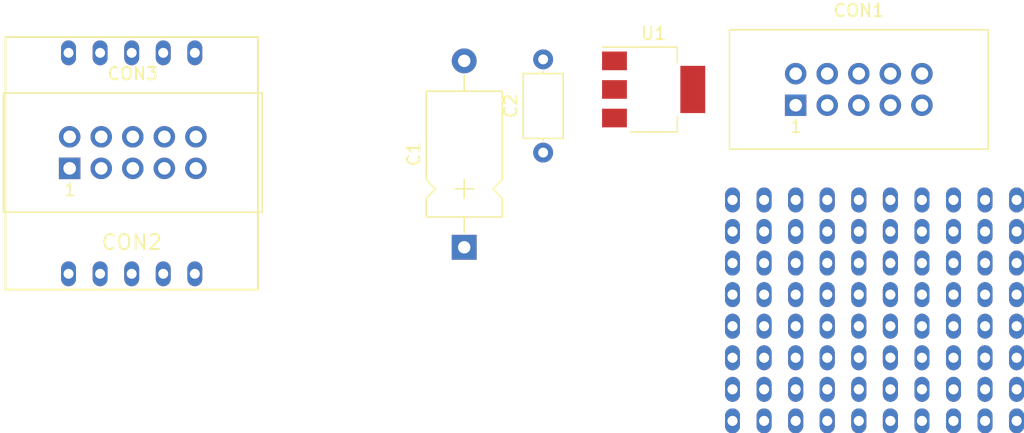
<source format=kicad_pcb>
(kicad_pcb (version 4) (host pcbnew 4.0.7-e0-6372~58~ubuntu16.10.1)

  (general
    (links 17)
    (no_connects 17)
    (area 137.704999 86.655 209.005001 115.438601)
    (thickness 1.6)
    (drawings 0)
    (tracks 0)
    (zones 0)
    (modules 8)
    (nets 14)
  )

  (page A4)
  (layers
    (0 F.Cu signal)
    (31 B.Cu signal)
    (32 B.Adhes user)
    (33 F.Adhes user)
    (34 B.Paste user)
    (35 F.Paste user)
    (36 B.SilkS user)
    (37 F.SilkS user)
    (38 B.Mask user)
    (39 F.Mask user)
    (40 Dwgs.User user)
    (41 Cmts.User user)
    (42 Eco1.User user)
    (43 Eco2.User user)
    (44 Edge.Cuts user)
    (45 Margin user)
    (46 B.CrtYd user)
    (47 F.CrtYd user)
    (48 B.Fab user)
    (49 F.Fab user)
  )

  (setup
    (last_trace_width 0.25)
    (trace_clearance 0.2)
    (zone_clearance 0.508)
    (zone_45_only no)
    (trace_min 0.2)
    (segment_width 0.2)
    (edge_width 0.15)
    (via_size 0.6)
    (via_drill 0.4)
    (via_min_size 0.4)
    (via_min_drill 0.3)
    (uvia_size 0.3)
    (uvia_drill 0.1)
    (uvias_allowed no)
    (uvia_min_size 0.2)
    (uvia_min_drill 0.1)
    (pcb_text_width 0.3)
    (pcb_text_size 1.5 1.5)
    (mod_edge_width 0.15)
    (mod_text_size 1 1)
    (mod_text_width 0.15)
    (pad_size 1.524 1.524)
    (pad_drill 0.762)
    (pad_to_mask_clearance 0.2)
    (aux_axis_origin 0 0)
    (visible_elements FFFFFF7F)
    (pcbplotparams
      (layerselection 0x00030_80000001)
      (usegerberextensions false)
      (excludeedgelayer true)
      (linewidth 0.100000)
      (plotframeref false)
      (viasonmask false)
      (mode 1)
      (useauxorigin false)
      (hpglpennumber 1)
      (hpglpenspeed 20)
      (hpglpendiameter 15)
      (hpglpenoverlay 2)
      (psnegative false)
      (psa4output false)
      (plotreference true)
      (plotvalue true)
      (plotinvisibletext false)
      (padsonsilk false)
      (subtractmaskfromsilk false)
      (outputformat 1)
      (mirror false)
      (drillshape 1)
      (scaleselection 1)
      (outputdirectory ""))
  )

  (net 0 "")
  (net 1 +3V3)
  (net 2 GND)
  (net 3 +5V)
  (net 4 "Net-(CON2-PadGND)")
  (net 5 "Net-(CON2-Pad+5V)")
  (net 6 "Net-(CON2-PadRXD)")
  (net 7 "Net-(CON2-PadTXD)")
  (net 8 "Net-(CON2-PadSDA)")
  (net 9 "Net-(CON2-PadSCL)")
  (net 10 "Net-(CON2-PadMOSI)")
  (net 11 "Net-(CON2-PadMISO)")
  (net 12 "Net-(CON2-PadSSEL)")
  (net 13 "Net-(CON2-PadSCK)")

  (net_class Default "This is the default net class."
    (clearance 0.2)
    (trace_width 0.25)
    (via_dia 0.6)
    (via_drill 0.4)
    (uvia_dia 0.3)
    (uvia_drill 0.1)
    (add_net +3V3)
    (add_net +5V)
    (add_net GND)
    (add_net "Net-(CON2-Pad+5V)")
    (add_net "Net-(CON2-PadGND)")
    (add_net "Net-(CON2-PadMISO)")
    (add_net "Net-(CON2-PadMOSI)")
    (add_net "Net-(CON2-PadRXD)")
    (add_net "Net-(CON2-PadSCK)")
    (add_net "Net-(CON2-PadSCL)")
    (add_net "Net-(CON2-PadSDA)")
    (add_net "Net-(CON2-PadSSEL)")
    (add_net "Net-(CON2-PadTXD)")
  )

  (module Capacitors_THT:CP_Axial_L10.0mm_D6.0mm_P15.00mm_Horizontal (layer F.Cu) (tedit 5920C254) (tstamp 597124D9)
    (at 166.37 106.68 90)
    (descr "CP, Axial series, Axial, Horizontal, pin pitch=15mm, , length*diameter=10*6mm^2, Electrolytic Capacitor, , http://www.vishay.com/docs/28325/021asm.pdf")
    (tags "CP Axial series Axial Horizontal pin pitch 15mm  length 10mm diameter 6mm Electrolytic Capacitor")
    (path /59712108)
    (fp_text reference C1 (at 7.5 -4.06 90) (layer F.SilkS)
      (effects (font (size 1 1) (thickness 0.15)))
    )
    (fp_text value CP (at 7.5 4.06 90) (layer F.Fab)
      (effects (font (size 1 1) (thickness 0.15)))
    )
    (fp_text user %R (at 7.5 0 90) (layer F.Fab)
      (effects (font (size 1 1) (thickness 0.15)))
    )
    (fp_line (start 2.5 -3) (end 2.5 3) (layer F.Fab) (width 0.1))
    (fp_line (start 12.5 -3) (end 12.5 3) (layer F.Fab) (width 0.1))
    (fp_line (start 2.5 -3) (end 3.94 -3) (layer F.Fab) (width 0.1))
    (fp_line (start 3.94 -3) (end 4.69 -2.25) (layer F.Fab) (width 0.1))
    (fp_line (start 4.69 -2.25) (end 5.44 -3) (layer F.Fab) (width 0.1))
    (fp_line (start 5.44 -3) (end 12.5 -3) (layer F.Fab) (width 0.1))
    (fp_line (start 2.5 3) (end 3.94 3) (layer F.Fab) (width 0.1))
    (fp_line (start 3.94 3) (end 4.69 2.25) (layer F.Fab) (width 0.1))
    (fp_line (start 4.69 2.25) (end 5.44 3) (layer F.Fab) (width 0.1))
    (fp_line (start 5.44 3) (end 12.5 3) (layer F.Fab) (width 0.1))
    (fp_line (start 0 0) (end 2.5 0) (layer F.Fab) (width 0.1))
    (fp_line (start 15 0) (end 12.5 0) (layer F.Fab) (width 0.1))
    (fp_line (start 3.95 0) (end 5.45 0) (layer F.Fab) (width 0.1))
    (fp_line (start 4.7 -0.75) (end 4.7 0.75) (layer F.Fab) (width 0.1))
    (fp_line (start 3.95 0) (end 5.45 0) (layer F.SilkS) (width 0.12))
    (fp_line (start 4.7 -0.75) (end 4.7 0.75) (layer F.SilkS) (width 0.12))
    (fp_line (start 2.44 -3.06) (end 2.44 3.06) (layer F.SilkS) (width 0.12))
    (fp_line (start 12.56 -3.06) (end 12.56 3.06) (layer F.SilkS) (width 0.12))
    (fp_line (start 2.44 -3.06) (end 3.94 -3.06) (layer F.SilkS) (width 0.12))
    (fp_line (start 3.94 -3.06) (end 4.69 -2.31) (layer F.SilkS) (width 0.12))
    (fp_line (start 4.69 -2.31) (end 5.44 -3.06) (layer F.SilkS) (width 0.12))
    (fp_line (start 5.44 -3.06) (end 12.56 -3.06) (layer F.SilkS) (width 0.12))
    (fp_line (start 2.44 3.06) (end 3.94 3.06) (layer F.SilkS) (width 0.12))
    (fp_line (start 3.94 3.06) (end 4.69 2.31) (layer F.SilkS) (width 0.12))
    (fp_line (start 4.69 2.31) (end 5.44 3.06) (layer F.SilkS) (width 0.12))
    (fp_line (start 5.44 3.06) (end 12.56 3.06) (layer F.SilkS) (width 0.12))
    (fp_line (start 1.18 0) (end 2.44 0) (layer F.SilkS) (width 0.12))
    (fp_line (start 13.82 0) (end 12.56 0) (layer F.SilkS) (width 0.12))
    (fp_line (start -1.25 -3.35) (end -1.25 3.35) (layer F.CrtYd) (width 0.05))
    (fp_line (start -1.25 3.35) (end 16.25 3.35) (layer F.CrtYd) (width 0.05))
    (fp_line (start 16.25 3.35) (end 16.25 -3.35) (layer F.CrtYd) (width 0.05))
    (fp_line (start 16.25 -3.35) (end -1.25 -3.35) (layer F.CrtYd) (width 0.05))
    (pad 1 thru_hole rect (at 0 0 90) (size 2 2) (drill 1) (layers *.Cu *.Mask)
      (net 1 +3V3))
    (pad 2 thru_hole oval (at 15 0 90) (size 2 2) (drill 1) (layers *.Cu *.Mask)
      (net 2 GND))
    (model ${KISYS3DMOD}/Capacitors_THT.3dshapes/CP_Axial_L10.0mm_D6.0mm_P15.00mm_Horizontal.wrl
      (at (xyz 0 0 0))
      (scale (xyz 0.393701 0.393701 0.393701))
      (rotate (xyz 0 0 0))
    )
  )

  (module Capacitors_THT:C_Axial_L5.1mm_D3.1mm_P7.50mm_Horizontal (layer F.Cu) (tedit 5920C254) (tstamp 597124DF)
    (at 172.72 99.06 90)
    (descr "C, Axial series, Axial, Horizontal, pin pitch=7.5mm, , length*diameter=5.1*3.1mm^2, http://www.vishay.com/docs/45231/arseries.pdf")
    (tags "C Axial series Axial Horizontal pin pitch 7.5mm  length 5.1mm diameter 3.1mm")
    (path /597121A1)
    (fp_text reference C2 (at 3.75 -2.61 90) (layer F.SilkS)
      (effects (font (size 1 1) (thickness 0.15)))
    )
    (fp_text value C (at 3.75 2.61 90) (layer F.Fab)
      (effects (font (size 1 1) (thickness 0.15)))
    )
    (fp_text user %R (at 3.75 0 90) (layer F.Fab)
      (effects (font (size 1 1) (thickness 0.15)))
    )
    (fp_line (start 1.2 -1.55) (end 1.2 1.55) (layer F.Fab) (width 0.1))
    (fp_line (start 1.2 1.55) (end 6.3 1.55) (layer F.Fab) (width 0.1))
    (fp_line (start 6.3 1.55) (end 6.3 -1.55) (layer F.Fab) (width 0.1))
    (fp_line (start 6.3 -1.55) (end 1.2 -1.55) (layer F.Fab) (width 0.1))
    (fp_line (start 0 0) (end 1.2 0) (layer F.Fab) (width 0.1))
    (fp_line (start 7.5 0) (end 6.3 0) (layer F.Fab) (width 0.1))
    (fp_line (start 1.14 -1.61) (end 1.14 1.61) (layer F.SilkS) (width 0.12))
    (fp_line (start 1.14 1.61) (end 6.36 1.61) (layer F.SilkS) (width 0.12))
    (fp_line (start 6.36 1.61) (end 6.36 -1.61) (layer F.SilkS) (width 0.12))
    (fp_line (start 6.36 -1.61) (end 1.14 -1.61) (layer F.SilkS) (width 0.12))
    (fp_line (start 0.98 0) (end 1.14 0) (layer F.SilkS) (width 0.12))
    (fp_line (start 6.52 0) (end 6.36 0) (layer F.SilkS) (width 0.12))
    (fp_line (start -1.05 -1.9) (end -1.05 1.9) (layer F.CrtYd) (width 0.05))
    (fp_line (start -1.05 1.9) (end 8.55 1.9) (layer F.CrtYd) (width 0.05))
    (fp_line (start 8.55 1.9) (end 8.55 -1.9) (layer F.CrtYd) (width 0.05))
    (fp_line (start 8.55 -1.9) (end -1.05 -1.9) (layer F.CrtYd) (width 0.05))
    (pad 1 thru_hole circle (at 0 0 90) (size 1.6 1.6) (drill 0.8) (layers *.Cu *.Mask)
      (net 1 +3V3))
    (pad 2 thru_hole oval (at 7.5 0 90) (size 1.6 1.6) (drill 0.8) (layers *.Cu *.Mask)
      (net 2 GND))
    (model ${KISYS3DMOD}/Capacitors_THT.3dshapes/C_Axial_L5.1mm_D3.1mm_P7.50mm_Horizontal.wrl
      (at (xyz 0 0 0))
      (scale (xyz 0.393701 0.393701 0.393701))
      (rotate (xyz 0 0 0))
    )
  )

  (module limero-lib:UEXT (layer F.Cu) (tedit 59711F70) (tstamp 597124ED)
    (at 193.04 95.25)
    (descr "10 pins through hole IDC header")
    (tags "IDC header socket VASCH")
    (path /59712BEF)
    (fp_text reference CON1 (at 5.08 -7.62) (layer F.SilkS)
      (effects (font (size 1 1) (thickness 0.15)))
    )
    (fp_text value UEXT-5V (at 5.08 5.223) (layer F.Fab)
      (effects (font (size 1 1) (thickness 0.15)))
    )
    (fp_line (start -5.08 -5.82) (end 15.24 -5.82) (layer F.Fab) (width 0.1))
    (fp_line (start -4.54 -5.27) (end 14.68 -5.27) (layer F.Fab) (width 0.1))
    (fp_line (start -5.08 3.28) (end 15.24 3.28) (layer F.Fab) (width 0.1))
    (fp_line (start -4.54 2.73) (end 2.83 2.73) (layer F.Fab) (width 0.1))
    (fp_line (start 7.33 2.73) (end 14.68 2.73) (layer F.Fab) (width 0.1))
    (fp_line (start 2.83 2.73) (end 2.83 3.28) (layer F.Fab) (width 0.1))
    (fp_line (start 7.33 2.73) (end 7.33 3.28) (layer F.Fab) (width 0.1))
    (fp_line (start -5.08 -5.82) (end -5.08 3.28) (layer F.Fab) (width 0.1))
    (fp_line (start -4.54 -5.27) (end -4.54 2.73) (layer F.Fab) (width 0.1))
    (fp_line (start 15.24 -5.82) (end 15.24 3.28) (layer F.Fab) (width 0.1))
    (fp_line (start 14.68 -5.27) (end 14.68 2.73) (layer F.Fab) (width 0.1))
    (fp_line (start -5.08 -5.82) (end -4.54 -5.27) (layer F.Fab) (width 0.1))
    (fp_line (start 15.24 -5.82) (end 14.68 -5.27) (layer F.Fab) (width 0.1))
    (fp_line (start -5.08 3.28) (end -4.54 2.73) (layer F.Fab) (width 0.1))
    (fp_line (start 15.24 3.28) (end 14.68 2.73) (layer F.Fab) (width 0.1))
    (fp_line (start -5.58 -6.32) (end 15.74 -6.32) (layer F.CrtYd) (width 0.05))
    (fp_line (start 15.74 -6.32) (end 15.74 3.78) (layer F.CrtYd) (width 0.05))
    (fp_line (start 15.74 3.78) (end -5.58 3.78) (layer F.CrtYd) (width 0.05))
    (fp_line (start -5.58 3.78) (end -5.58 -6.32) (layer F.CrtYd) (width 0.05))
    (fp_text user 1 (at 0.02 1.72) (layer F.SilkS)
      (effects (font (size 1 1) (thickness 0.12)))
    )
    (fp_line (start -5.33 -6.07) (end 15.49 -6.07) (layer F.SilkS) (width 0.12))
    (fp_line (start 15.49 -6.07) (end 15.49 3.53) (layer F.SilkS) (width 0.12))
    (fp_line (start 15.49 3.53) (end -5.33 3.53) (layer F.SilkS) (width 0.12))
    (fp_line (start -5.33 3.53) (end -5.33 -6.07) (layer F.SilkS) (width 0.12))
    (pad +5V thru_hole rect (at 0 0) (size 1.7272 1.7272) (drill 1.016) (layers *.Cu *.Mask)
      (net 3 +5V))
    (pad GND thru_hole oval (at 0 -2.54) (size 1.7272 1.7272) (drill 1.016) (layers *.Cu *.Mask)
      (net 2 GND))
    (pad TXD thru_hole oval (at 2.54 0) (size 1.7272 1.7272) (drill 1.016) (layers *.Cu *.Mask))
    (pad RXD thru_hole oval (at 2.54 -2.54) (size 1.7272 1.7272) (drill 1.016) (layers *.Cu *.Mask))
    (pad SCL thru_hole oval (at 5.08 0) (size 1.7272 1.7272) (drill 1.016) (layers *.Cu *.Mask))
    (pad SDA thru_hole oval (at 5.08 -2.54) (size 1.7272 1.7272) (drill 1.016) (layers *.Cu *.Mask))
    (pad MISO thru_hole oval (at 7.62 0) (size 1.7272 1.7272) (drill 1.016) (layers *.Cu *.Mask))
    (pad MOSI thru_hole oval (at 7.62 -2.54) (size 1.7272 1.7272) (drill 1.016) (layers *.Cu *.Mask))
    (pad SCK thru_hole oval (at 10.16 0) (size 1.7272 1.7272) (drill 1.016) (layers *.Cu *.Mask))
    (pad SSEL thru_hole oval (at 10.16 -2.54) (size 1.7272 1.7272) (drill 1.016) (layers *.Cu *.Mask))
  )

  (module limero-lib:UEXT-BREADBOARD (layer F.Cu) (tedit 59711F53) (tstamp 597124FB)
    (at 139.6111 99.9236)
    (path /59711C4F)
    (fp_text reference CON2 (at 0 6.35 180) (layer F.SilkS)
      (effects (font (size 1.2 1.2) (thickness 0.15)))
    )
    (fp_text value UEXT-BREADBOARD (at 0 0) (layer F.Fab)
      (effects (font (size 1.2 1.2) (thickness 0.15)))
    )
    (fp_line (start -10.16 -10.16) (end -10.16 10.16) (layer F.SilkS) (width 0.15))
    (fp_line (start -10.16 10.16) (end 10.16 10.16) (layer F.SilkS) (width 0.15))
    (fp_line (start 10.16 10.16) (end 10.16 -10.16) (layer F.SilkS) (width 0.15))
    (fp_line (start 10.16 -10.16) (end -10.16 -10.16) (layer F.SilkS) (width 0.15))
    (pad GND thru_hole oval (at -5.08 -8.89) (size 1.2 2) (drill 0.8) (layers *.Cu *.Mask)
      (net 4 "Net-(CON2-PadGND)"))
    (pad +5V thru_hole oval (at -5.08 8.89) (size 1.2 2) (drill 0.8) (layers *.Cu *.Mask)
      (net 5 "Net-(CON2-Pad+5V)"))
    (pad RXD thru_hole oval (at -2.54 -8.89) (size 1.2 2) (drill 0.8) (layers *.Cu *.Mask)
      (net 6 "Net-(CON2-PadRXD)"))
    (pad TXD thru_hole oval (at -2.54 8.89) (size 1.2 2) (drill 0.8) (layers *.Cu *.Mask)
      (net 7 "Net-(CON2-PadTXD)"))
    (pad SDA thru_hole oval (at 0 -8.89) (size 1.2 2) (drill 0.8) (layers *.Cu *.Mask)
      (net 8 "Net-(CON2-PadSDA)"))
    (pad SCL thru_hole oval (at 0 8.89) (size 1.2 2) (drill 0.8) (layers *.Cu *.Mask)
      (net 9 "Net-(CON2-PadSCL)"))
    (pad MOSI thru_hole oval (at 2.54 -8.89) (size 1.2 2) (drill 0.8) (layers *.Cu *.Mask)
      (net 10 "Net-(CON2-PadMOSI)"))
    (pad MISO thru_hole oval (at 2.54 8.89) (size 1.2 2) (drill 0.8) (layers *.Cu *.Mask)
      (net 11 "Net-(CON2-PadMISO)"))
    (pad SSEL thru_hole oval (at 5.08 -8.89) (size 1.2 2) (drill 0.8) (layers *.Cu *.Mask)
      (net 12 "Net-(CON2-PadSSEL)"))
    (pad SCK thru_hole oval (at 5.08 8.89) (size 1.2 2) (drill 0.8) (layers *.Cu *.Mask)
      (net 13 "Net-(CON2-PadSCK)"))
  )

  (module limero-lib:UEXT (layer F.Cu) (tedit 59711F70) (tstamp 59712509)
    (at 134.62 100.33)
    (descr "10 pins through hole IDC header")
    (tags "IDC header socket VASCH")
    (path /59712B3F)
    (fp_text reference CON3 (at 5.08 -7.62) (layer F.SilkS)
      (effects (font (size 1 1) (thickness 0.15)))
    )
    (fp_text value UEXT-5V (at 5.08 5.223) (layer F.Fab)
      (effects (font (size 1 1) (thickness 0.15)))
    )
    (fp_line (start -5.08 -5.82) (end 15.24 -5.82) (layer F.Fab) (width 0.1))
    (fp_line (start -4.54 -5.27) (end 14.68 -5.27) (layer F.Fab) (width 0.1))
    (fp_line (start -5.08 3.28) (end 15.24 3.28) (layer F.Fab) (width 0.1))
    (fp_line (start -4.54 2.73) (end 2.83 2.73) (layer F.Fab) (width 0.1))
    (fp_line (start 7.33 2.73) (end 14.68 2.73) (layer F.Fab) (width 0.1))
    (fp_line (start 2.83 2.73) (end 2.83 3.28) (layer F.Fab) (width 0.1))
    (fp_line (start 7.33 2.73) (end 7.33 3.28) (layer F.Fab) (width 0.1))
    (fp_line (start -5.08 -5.82) (end -5.08 3.28) (layer F.Fab) (width 0.1))
    (fp_line (start -4.54 -5.27) (end -4.54 2.73) (layer F.Fab) (width 0.1))
    (fp_line (start 15.24 -5.82) (end 15.24 3.28) (layer F.Fab) (width 0.1))
    (fp_line (start 14.68 -5.27) (end 14.68 2.73) (layer F.Fab) (width 0.1))
    (fp_line (start -5.08 -5.82) (end -4.54 -5.27) (layer F.Fab) (width 0.1))
    (fp_line (start 15.24 -5.82) (end 14.68 -5.27) (layer F.Fab) (width 0.1))
    (fp_line (start -5.08 3.28) (end -4.54 2.73) (layer F.Fab) (width 0.1))
    (fp_line (start 15.24 3.28) (end 14.68 2.73) (layer F.Fab) (width 0.1))
    (fp_line (start -5.58 -6.32) (end 15.74 -6.32) (layer F.CrtYd) (width 0.05))
    (fp_line (start 15.74 -6.32) (end 15.74 3.78) (layer F.CrtYd) (width 0.05))
    (fp_line (start 15.74 3.78) (end -5.58 3.78) (layer F.CrtYd) (width 0.05))
    (fp_line (start -5.58 3.78) (end -5.58 -6.32) (layer F.CrtYd) (width 0.05))
    (fp_text user 1 (at 0.02 1.72) (layer F.SilkS)
      (effects (font (size 1 1) (thickness 0.12)))
    )
    (fp_line (start -5.33 -6.07) (end 15.49 -6.07) (layer F.SilkS) (width 0.12))
    (fp_line (start 15.49 -6.07) (end 15.49 3.53) (layer F.SilkS) (width 0.12))
    (fp_line (start 15.49 3.53) (end -5.33 3.53) (layer F.SilkS) (width 0.12))
    (fp_line (start -5.33 3.53) (end -5.33 -6.07) (layer F.SilkS) (width 0.12))
    (pad +5V thru_hole rect (at 0 0) (size 1.7272 1.7272) (drill 1.016) (layers *.Cu *.Mask)
      (net 5 "Net-(CON2-Pad+5V)"))
    (pad GND thru_hole oval (at 0 -2.54) (size 1.7272 1.7272) (drill 1.016) (layers *.Cu *.Mask)
      (net 4 "Net-(CON2-PadGND)"))
    (pad TXD thru_hole oval (at 2.54 0) (size 1.7272 1.7272) (drill 1.016) (layers *.Cu *.Mask)
      (net 7 "Net-(CON2-PadTXD)"))
    (pad RXD thru_hole oval (at 2.54 -2.54) (size 1.7272 1.7272) (drill 1.016) (layers *.Cu *.Mask)
      (net 6 "Net-(CON2-PadRXD)"))
    (pad SCL thru_hole oval (at 5.08 0) (size 1.7272 1.7272) (drill 1.016) (layers *.Cu *.Mask)
      (net 9 "Net-(CON2-PadSCL)"))
    (pad SDA thru_hole oval (at 5.08 -2.54) (size 1.7272 1.7272) (drill 1.016) (layers *.Cu *.Mask)
      (net 8 "Net-(CON2-PadSDA)"))
    (pad MISO thru_hole oval (at 7.62 0) (size 1.7272 1.7272) (drill 1.016) (layers *.Cu *.Mask)
      (net 11 "Net-(CON2-PadMISO)"))
    (pad MOSI thru_hole oval (at 7.62 -2.54) (size 1.7272 1.7272) (drill 1.016) (layers *.Cu *.Mask)
      (net 10 "Net-(CON2-PadMOSI)"))
    (pad SCK thru_hole oval (at 10.16 0) (size 1.7272 1.7272) (drill 1.016) (layers *.Cu *.Mask)
      (net 13 "Net-(CON2-PadSCK)"))
    (pad SSEL thru_hole oval (at 10.16 -2.54) (size 1.7272 1.7272) (drill 1.016) (layers *.Cu *.Mask)
      (net 12 "Net-(CON2-PadSSEL)"))
  )

  (module TO_SOT_Packages_SMD:SOT-223 (layer F.Cu) (tedit 58CE4E7E) (tstamp 59712511)
    (at 181.61 93.98)
    (descr "module CMS SOT223 4 pins")
    (tags "CMS SOT")
    (path /59711F8A)
    (attr smd)
    (fp_text reference U1 (at 0 -4.5) (layer F.SilkS)
      (effects (font (size 1 1) (thickness 0.15)))
    )
    (fp_text value LM1117-3.3 (at 0 4.5) (layer F.Fab)
      (effects (font (size 1 1) (thickness 0.15)))
    )
    (fp_text user %R (at 0 0 90) (layer F.Fab)
      (effects (font (size 0.8 0.8) (thickness 0.12)))
    )
    (fp_line (start -1.85 -2.3) (end -0.8 -3.35) (layer F.Fab) (width 0.1))
    (fp_line (start 1.91 3.41) (end 1.91 2.15) (layer F.SilkS) (width 0.12))
    (fp_line (start 1.91 -3.41) (end 1.91 -2.15) (layer F.SilkS) (width 0.12))
    (fp_line (start 4.4 -3.6) (end -4.4 -3.6) (layer F.CrtYd) (width 0.05))
    (fp_line (start 4.4 3.6) (end 4.4 -3.6) (layer F.CrtYd) (width 0.05))
    (fp_line (start -4.4 3.6) (end 4.4 3.6) (layer F.CrtYd) (width 0.05))
    (fp_line (start -4.4 -3.6) (end -4.4 3.6) (layer F.CrtYd) (width 0.05))
    (fp_line (start -1.85 -2.3) (end -1.85 3.35) (layer F.Fab) (width 0.1))
    (fp_line (start -1.85 3.41) (end 1.91 3.41) (layer F.SilkS) (width 0.12))
    (fp_line (start -0.8 -3.35) (end 1.85 -3.35) (layer F.Fab) (width 0.1))
    (fp_line (start -4.1 -3.41) (end 1.91 -3.41) (layer F.SilkS) (width 0.12))
    (fp_line (start -1.85 3.35) (end 1.85 3.35) (layer F.Fab) (width 0.1))
    (fp_line (start 1.85 -3.35) (end 1.85 3.35) (layer F.Fab) (width 0.1))
    (pad 4 smd rect (at 3.15 0) (size 2 3.8) (layers F.Cu F.Paste F.Mask)
      (net 1 +3V3))
    (pad 2 smd rect (at -3.15 0) (size 2 1.5) (layers F.Cu F.Paste F.Mask)
      (net 1 +3V3))
    (pad 3 smd rect (at -3.15 2.3) (size 2 1.5) (layers F.Cu F.Paste F.Mask)
      (net 3 +5V))
    (pad 1 smd rect (at -3.15 -2.3) (size 2 1.5) (layers F.Cu F.Paste F.Mask)
      (net 2 GND))
    (model ${KISYS3DMOD}/TO_SOT_Packages_SMD.3dshapes/SOT-223.wrl
      (at (xyz 0 0 0))
      (scale (xyz 1 1 1))
      (rotate (xyz 0 0 0))
    )
  )

  (module limero-lib:PROTO-AREA (layer F.Cu) (tedit 59712A75) (tstamp 59712D7D)
    (at 199.39 104.14)
    (fp_text reference "" (at 0 -8.89 90) (layer F.SilkS)
      (effects (font (size 1.2 1.2) (thickness 0.15)))
    )
    (fp_text value "" (at 0 -5.08) (layer F.Fab)
      (effects (font (size 1.2 1.2) (thickness 0.15)))
    )
    (pad 10 thru_hole oval (at 11.43 6.35) (size 1.2 2) (drill 0.8) (layers *.Cu *.Mask))
    (pad 11 thru_hole oval (at 11.43 3.81) (size 1.2 2) (drill 0.8) (layers *.Cu *.Mask))
    (pad 9 thru_hole oval (at 8.89 6.35) (size 1.2 2) (drill 0.8) (layers *.Cu *.Mask))
    (pad 12 thru_hole oval (at 8.89 3.81) (size 1.2 2) (drill 0.8) (layers *.Cu *.Mask))
    (pad 8 thru_hole oval (at 6.35 6.35) (size 1.2 2) (drill 0.8) (layers *.Cu *.Mask))
    (pad 13 thru_hole oval (at 6.35 3.81) (size 1.2 2) (drill 0.8) (layers *.Cu *.Mask))
    (pad 7 thru_hole oval (at 3.81 6.35) (size 1.2 2) (drill 0.8) (layers *.Cu *.Mask))
    (pad 14 thru_hole oval (at 3.81 3.81) (size 1.2 2) (drill 0.8) (layers *.Cu *.Mask))
    (pad 6 thru_hole oval (at 1.27 6.35) (size 1.2 2) (drill 0.8) (layers *.Cu *.Mask))
    (pad 15 thru_hole oval (at 1.27 3.81) (size 1.2 2) (drill 0.8) (layers *.Cu *.Mask))
    (pad 5 thru_hole oval (at -1.27 6.35) (size 1.2 2) (drill 0.8) (layers *.Cu *.Mask))
    (pad 16 thru_hole oval (at -1.27 3.81) (size 1.2 2) (drill 0.8) (layers *.Cu *.Mask))
    (pad 4 thru_hole oval (at -3.81 6.35) (size 1.2 2) (drill 0.8) (layers *.Cu *.Mask))
    (pad 17 thru_hole oval (at -3.81 3.81) (size 1.2 2) (drill 0.8) (layers *.Cu *.Mask))
    (pad 3 thru_hole oval (at -6.35 6.35) (size 1.2 2) (drill 0.8) (layers *.Cu *.Mask))
    (pad 18 thru_hole oval (at -6.35 3.81) (size 1.2 2) (drill 0.8) (layers *.Cu *.Mask))
    (pad 2 thru_hole oval (at -8.89 6.35) (size 1.2 2) (drill 0.8) (layers *.Cu *.Mask))
    (pad 19 thru_hole oval (at -8.89 3.81) (size 1.2 2) (drill 0.8) (layers *.Cu *.Mask))
    (pad 1 thru_hole oval (at -11.43 6.35) (size 1.2 2) (drill 0.8) (layers *.Cu *.Mask))
    (pad 20 thru_hole oval (at -11.43 3.81) (size 1.2 2) (drill 0.8) (layers *.Cu *.Mask))
    (pad 20 thru_hole oval (at -11.43 3.81) (size 1.2 2) (drill 0.8) (layers *.Cu *.Mask))
    (pad 1 thru_hole oval (at -11.43 6.35) (size 1.2 2) (drill 0.8) (layers *.Cu *.Mask))
    (pad 19 thru_hole oval (at -8.89 3.81) (size 1.2 2) (drill 0.8) (layers *.Cu *.Mask))
    (pad 2 thru_hole oval (at -8.89 6.35) (size 1.2 2) (drill 0.8) (layers *.Cu *.Mask))
    (pad 18 thru_hole oval (at -6.35 3.81) (size 1.2 2) (drill 0.8) (layers *.Cu *.Mask))
    (pad 3 thru_hole oval (at -6.35 6.35) (size 1.2 2) (drill 0.8) (layers *.Cu *.Mask))
    (pad 17 thru_hole oval (at -3.81 3.81) (size 1.2 2) (drill 0.8) (layers *.Cu *.Mask))
    (pad 4 thru_hole oval (at -3.81 6.35) (size 1.2 2) (drill 0.8) (layers *.Cu *.Mask))
    (pad 16 thru_hole oval (at -1.27 3.81) (size 1.2 2) (drill 0.8) (layers *.Cu *.Mask))
    (pad 5 thru_hole oval (at -1.27 6.35) (size 1.2 2) (drill 0.8) (layers *.Cu *.Mask))
    (pad 15 thru_hole oval (at 1.27 3.81) (size 1.2 2) (drill 0.8) (layers *.Cu *.Mask))
    (pad 6 thru_hole oval (at 1.27 6.35) (size 1.2 2) (drill 0.8) (layers *.Cu *.Mask))
    (pad 14 thru_hole oval (at 3.81 3.81) (size 1.2 2) (drill 0.8) (layers *.Cu *.Mask))
    (pad 7 thru_hole oval (at 3.81 6.35) (size 1.2 2) (drill 0.8) (layers *.Cu *.Mask))
    (pad 13 thru_hole oval (at 6.35 3.81) (size 1.2 2) (drill 0.8) (layers *.Cu *.Mask))
    (pad 8 thru_hole oval (at 6.35 6.35) (size 1.2 2) (drill 0.8) (layers *.Cu *.Mask))
    (pad 12 thru_hole oval (at 8.89 3.81) (size 1.2 2) (drill 0.8) (layers *.Cu *.Mask))
    (pad 9 thru_hole oval (at 8.89 6.35) (size 1.2 2) (drill 0.8) (layers *.Cu *.Mask))
    (pad 11 thru_hole oval (at 11.43 3.81) (size 1.2 2) (drill 0.8) (layers *.Cu *.Mask))
    (pad 10 thru_hole oval (at 11.43 6.35) (size 1.2 2) (drill 0.8) (layers *.Cu *.Mask))
    (pad 10 thru_hole oval (at 11.43 1.27) (size 1.2 2) (drill 0.8) (layers *.Cu *.Mask))
    (pad 11 thru_hole oval (at 11.43 -1.27) (size 1.2 2) (drill 0.8) (layers *.Cu *.Mask))
    (pad 9 thru_hole oval (at 8.89 1.27) (size 1.2 2) (drill 0.8) (layers *.Cu *.Mask))
    (pad 12 thru_hole oval (at 8.89 -1.27) (size 1.2 2) (drill 0.8) (layers *.Cu *.Mask))
    (pad 8 thru_hole oval (at 6.35 1.27) (size 1.2 2) (drill 0.8) (layers *.Cu *.Mask))
    (pad 13 thru_hole oval (at 6.35 -1.27) (size 1.2 2) (drill 0.8) (layers *.Cu *.Mask))
    (pad 7 thru_hole oval (at 3.81 1.27) (size 1.2 2) (drill 0.8) (layers *.Cu *.Mask))
    (pad 14 thru_hole oval (at 3.81 -1.27) (size 1.2 2) (drill 0.8) (layers *.Cu *.Mask))
    (pad 6 thru_hole oval (at 1.27 1.27) (size 1.2 2) (drill 0.8) (layers *.Cu *.Mask))
    (pad 15 thru_hole oval (at 1.27 -1.27) (size 1.2 2) (drill 0.8) (layers *.Cu *.Mask))
    (pad 5 thru_hole oval (at -1.27 1.27) (size 1.2 2) (drill 0.8) (layers *.Cu *.Mask))
    (pad 16 thru_hole oval (at -1.27 -1.27) (size 1.2 2) (drill 0.8) (layers *.Cu *.Mask))
    (pad 4 thru_hole oval (at -3.81 1.27) (size 1.2 2) (drill 0.8) (layers *.Cu *.Mask))
    (pad 17 thru_hole oval (at -3.81 -1.27) (size 1.2 2) (drill 0.8) (layers *.Cu *.Mask))
    (pad 3 thru_hole oval (at -6.35 1.27) (size 1.2 2) (drill 0.8) (layers *.Cu *.Mask))
    (pad 18 thru_hole oval (at -6.35 -1.27) (size 1.2 2) (drill 0.8) (layers *.Cu *.Mask))
    (pad 2 thru_hole oval (at -8.89 1.27) (size 1.2 2) (drill 0.8) (layers *.Cu *.Mask))
    (pad 19 thru_hole oval (at -8.89 -1.27) (size 1.2 2) (drill 0.8) (layers *.Cu *.Mask))
    (pad 1 thru_hole oval (at -11.43 1.27) (size 1.2 2) (drill 0.8) (layers *.Cu *.Mask))
    (pad 20 thru_hole oval (at -11.43 -1.27) (size 1.2 2) (drill 0.8) (layers *.Cu *.Mask))
    (pad 20 thru_hole oval (at -11.43 -1.27) (size 1.2 2) (drill 0.8) (layers *.Cu *.Mask))
    (pad 1 thru_hole oval (at -11.43 1.27) (size 1.2 2) (drill 0.8) (layers *.Cu *.Mask))
    (pad 19 thru_hole oval (at -8.89 -1.27) (size 1.2 2) (drill 0.8) (layers *.Cu *.Mask))
    (pad 2 thru_hole oval (at -8.89 1.27) (size 1.2 2) (drill 0.8) (layers *.Cu *.Mask))
    (pad 18 thru_hole oval (at -6.35 -1.27) (size 1.2 2) (drill 0.8) (layers *.Cu *.Mask))
    (pad 3 thru_hole oval (at -6.35 1.27) (size 1.2 2) (drill 0.8) (layers *.Cu *.Mask))
    (pad 17 thru_hole oval (at -3.81 -1.27) (size 1.2 2) (drill 0.8) (layers *.Cu *.Mask))
    (pad 4 thru_hole oval (at -3.81 1.27) (size 1.2 2) (drill 0.8) (layers *.Cu *.Mask))
    (pad 16 thru_hole oval (at -1.27 -1.27) (size 1.2 2) (drill 0.8) (layers *.Cu *.Mask))
    (pad 5 thru_hole oval (at -1.27 1.27) (size 1.2 2) (drill 0.8) (layers *.Cu *.Mask))
    (pad 15 thru_hole oval (at 1.27 -1.27) (size 1.2 2) (drill 0.8) (layers *.Cu *.Mask))
    (pad 6 thru_hole oval (at 1.27 1.27) (size 1.2 2) (drill 0.8) (layers *.Cu *.Mask))
    (pad 14 thru_hole oval (at 3.81 -1.27) (size 1.2 2) (drill 0.8) (layers *.Cu *.Mask))
    (pad 7 thru_hole oval (at 3.81 1.27) (size 1.2 2) (drill 0.8) (layers *.Cu *.Mask))
    (pad 13 thru_hole oval (at 6.35 -1.27) (size 1.2 2) (drill 0.8) (layers *.Cu *.Mask))
    (pad 8 thru_hole oval (at 6.35 1.27) (size 1.2 2) (drill 0.8) (layers *.Cu *.Mask))
    (pad 12 thru_hole oval (at 8.89 -1.27) (size 1.2 2) (drill 0.8) (layers *.Cu *.Mask))
    (pad 9 thru_hole oval (at 8.89 1.27) (size 1.2 2) (drill 0.8) (layers *.Cu *.Mask))
    (pad 11 thru_hole oval (at 11.43 -1.27) (size 1.2 2) (drill 0.8) (layers *.Cu *.Mask))
    (pad 10 thru_hole oval (at 11.43 1.27) (size 1.2 2) (drill 0.8) (layers *.Cu *.Mask))
  )

  (module limero-lib:PROTO-AREA (layer F.Cu) (tedit 59712A75) (tstamp 59712D7F)
    (at 199.39 114.3)
    (fp_text reference "" (at 0 -8.89 90) (layer F.SilkS)
      (effects (font (size 1.2 1.2) (thickness 0.15)))
    )
    (fp_text value "" (at 0 -5.08) (layer F.Fab)
      (effects (font (size 1.2 1.2) (thickness 0.15)))
    )
    (pad 10 thru_hole oval (at 11.43 6.35) (size 1.2 2) (drill 0.8) (layers *.Cu *.Mask))
    (pad 11 thru_hole oval (at 11.43 3.81) (size 1.2 2) (drill 0.8) (layers *.Cu *.Mask))
    (pad 9 thru_hole oval (at 8.89 6.35) (size 1.2 2) (drill 0.8) (layers *.Cu *.Mask))
    (pad 12 thru_hole oval (at 8.89 3.81) (size 1.2 2) (drill 0.8) (layers *.Cu *.Mask))
    (pad 8 thru_hole oval (at 6.35 6.35) (size 1.2 2) (drill 0.8) (layers *.Cu *.Mask))
    (pad 13 thru_hole oval (at 6.35 3.81) (size 1.2 2) (drill 0.8) (layers *.Cu *.Mask))
    (pad 7 thru_hole oval (at 3.81 6.35) (size 1.2 2) (drill 0.8) (layers *.Cu *.Mask))
    (pad 14 thru_hole oval (at 3.81 3.81) (size 1.2 2) (drill 0.8) (layers *.Cu *.Mask))
    (pad 6 thru_hole oval (at 1.27 6.35) (size 1.2 2) (drill 0.8) (layers *.Cu *.Mask))
    (pad 15 thru_hole oval (at 1.27 3.81) (size 1.2 2) (drill 0.8) (layers *.Cu *.Mask))
    (pad 5 thru_hole oval (at -1.27 6.35) (size 1.2 2) (drill 0.8) (layers *.Cu *.Mask))
    (pad 16 thru_hole oval (at -1.27 3.81) (size 1.2 2) (drill 0.8) (layers *.Cu *.Mask))
    (pad 4 thru_hole oval (at -3.81 6.35) (size 1.2 2) (drill 0.8) (layers *.Cu *.Mask))
    (pad 17 thru_hole oval (at -3.81 3.81) (size 1.2 2) (drill 0.8) (layers *.Cu *.Mask))
    (pad 3 thru_hole oval (at -6.35 6.35) (size 1.2 2) (drill 0.8) (layers *.Cu *.Mask))
    (pad 18 thru_hole oval (at -6.35 3.81) (size 1.2 2) (drill 0.8) (layers *.Cu *.Mask))
    (pad 2 thru_hole oval (at -8.89 6.35) (size 1.2 2) (drill 0.8) (layers *.Cu *.Mask))
    (pad 19 thru_hole oval (at -8.89 3.81) (size 1.2 2) (drill 0.8) (layers *.Cu *.Mask))
    (pad 1 thru_hole oval (at -11.43 6.35) (size 1.2 2) (drill 0.8) (layers *.Cu *.Mask))
    (pad 20 thru_hole oval (at -11.43 3.81) (size 1.2 2) (drill 0.8) (layers *.Cu *.Mask))
    (pad 20 thru_hole oval (at -11.43 3.81) (size 1.2 2) (drill 0.8) (layers *.Cu *.Mask))
    (pad 1 thru_hole oval (at -11.43 6.35) (size 1.2 2) (drill 0.8) (layers *.Cu *.Mask))
    (pad 19 thru_hole oval (at -8.89 3.81) (size 1.2 2) (drill 0.8) (layers *.Cu *.Mask))
    (pad 2 thru_hole oval (at -8.89 6.35) (size 1.2 2) (drill 0.8) (layers *.Cu *.Mask))
    (pad 18 thru_hole oval (at -6.35 3.81) (size 1.2 2) (drill 0.8) (layers *.Cu *.Mask))
    (pad 3 thru_hole oval (at -6.35 6.35) (size 1.2 2) (drill 0.8) (layers *.Cu *.Mask))
    (pad 17 thru_hole oval (at -3.81 3.81) (size 1.2 2) (drill 0.8) (layers *.Cu *.Mask))
    (pad 4 thru_hole oval (at -3.81 6.35) (size 1.2 2) (drill 0.8) (layers *.Cu *.Mask))
    (pad 16 thru_hole oval (at -1.27 3.81) (size 1.2 2) (drill 0.8) (layers *.Cu *.Mask))
    (pad 5 thru_hole oval (at -1.27 6.35) (size 1.2 2) (drill 0.8) (layers *.Cu *.Mask))
    (pad 15 thru_hole oval (at 1.27 3.81) (size 1.2 2) (drill 0.8) (layers *.Cu *.Mask))
    (pad 6 thru_hole oval (at 1.27 6.35) (size 1.2 2) (drill 0.8) (layers *.Cu *.Mask))
    (pad 14 thru_hole oval (at 3.81 3.81) (size 1.2 2) (drill 0.8) (layers *.Cu *.Mask))
    (pad 7 thru_hole oval (at 3.81 6.35) (size 1.2 2) (drill 0.8) (layers *.Cu *.Mask))
    (pad 13 thru_hole oval (at 6.35 3.81) (size 1.2 2) (drill 0.8) (layers *.Cu *.Mask))
    (pad 8 thru_hole oval (at 6.35 6.35) (size 1.2 2) (drill 0.8) (layers *.Cu *.Mask))
    (pad 12 thru_hole oval (at 8.89 3.81) (size 1.2 2) (drill 0.8) (layers *.Cu *.Mask))
    (pad 9 thru_hole oval (at 8.89 6.35) (size 1.2 2) (drill 0.8) (layers *.Cu *.Mask))
    (pad 11 thru_hole oval (at 11.43 3.81) (size 1.2 2) (drill 0.8) (layers *.Cu *.Mask))
    (pad 10 thru_hole oval (at 11.43 6.35) (size 1.2 2) (drill 0.8) (layers *.Cu *.Mask))
    (pad 10 thru_hole oval (at 11.43 1.27) (size 1.2 2) (drill 0.8) (layers *.Cu *.Mask))
    (pad 11 thru_hole oval (at 11.43 -1.27) (size 1.2 2) (drill 0.8) (layers *.Cu *.Mask))
    (pad 9 thru_hole oval (at 8.89 1.27) (size 1.2 2) (drill 0.8) (layers *.Cu *.Mask))
    (pad 12 thru_hole oval (at 8.89 -1.27) (size 1.2 2) (drill 0.8) (layers *.Cu *.Mask))
    (pad 8 thru_hole oval (at 6.35 1.27) (size 1.2 2) (drill 0.8) (layers *.Cu *.Mask))
    (pad 13 thru_hole oval (at 6.35 -1.27) (size 1.2 2) (drill 0.8) (layers *.Cu *.Mask))
    (pad 7 thru_hole oval (at 3.81 1.27) (size 1.2 2) (drill 0.8) (layers *.Cu *.Mask))
    (pad 14 thru_hole oval (at 3.81 -1.27) (size 1.2 2) (drill 0.8) (layers *.Cu *.Mask))
    (pad 6 thru_hole oval (at 1.27 1.27) (size 1.2 2) (drill 0.8) (layers *.Cu *.Mask))
    (pad 15 thru_hole oval (at 1.27 -1.27) (size 1.2 2) (drill 0.8) (layers *.Cu *.Mask))
    (pad 5 thru_hole oval (at -1.27 1.27) (size 1.2 2) (drill 0.8) (layers *.Cu *.Mask))
    (pad 16 thru_hole oval (at -1.27 -1.27) (size 1.2 2) (drill 0.8) (layers *.Cu *.Mask))
    (pad 4 thru_hole oval (at -3.81 1.27) (size 1.2 2) (drill 0.8) (layers *.Cu *.Mask))
    (pad 17 thru_hole oval (at -3.81 -1.27) (size 1.2 2) (drill 0.8) (layers *.Cu *.Mask))
    (pad 3 thru_hole oval (at -6.35 1.27) (size 1.2 2) (drill 0.8) (layers *.Cu *.Mask))
    (pad 18 thru_hole oval (at -6.35 -1.27) (size 1.2 2) (drill 0.8) (layers *.Cu *.Mask))
    (pad 2 thru_hole oval (at -8.89 1.27) (size 1.2 2) (drill 0.8) (layers *.Cu *.Mask))
    (pad 19 thru_hole oval (at -8.89 -1.27) (size 1.2 2) (drill 0.8) (layers *.Cu *.Mask))
    (pad 1 thru_hole oval (at -11.43 1.27) (size 1.2 2) (drill 0.8) (layers *.Cu *.Mask))
    (pad 20 thru_hole oval (at -11.43 -1.27) (size 1.2 2) (drill 0.8) (layers *.Cu *.Mask))
    (pad 20 thru_hole oval (at -11.43 -1.27) (size 1.2 2) (drill 0.8) (layers *.Cu *.Mask))
    (pad 1 thru_hole oval (at -11.43 1.27) (size 1.2 2) (drill 0.8) (layers *.Cu *.Mask))
    (pad 19 thru_hole oval (at -8.89 -1.27) (size 1.2 2) (drill 0.8) (layers *.Cu *.Mask))
    (pad 2 thru_hole oval (at -8.89 1.27) (size 1.2 2) (drill 0.8) (layers *.Cu *.Mask))
    (pad 18 thru_hole oval (at -6.35 -1.27) (size 1.2 2) (drill 0.8) (layers *.Cu *.Mask))
    (pad 3 thru_hole oval (at -6.35 1.27) (size 1.2 2) (drill 0.8) (layers *.Cu *.Mask))
    (pad 17 thru_hole oval (at -3.81 -1.27) (size 1.2 2) (drill 0.8) (layers *.Cu *.Mask))
    (pad 4 thru_hole oval (at -3.81 1.27) (size 1.2 2) (drill 0.8) (layers *.Cu *.Mask))
    (pad 16 thru_hole oval (at -1.27 -1.27) (size 1.2 2) (drill 0.8) (layers *.Cu *.Mask))
    (pad 5 thru_hole oval (at -1.27 1.27) (size 1.2 2) (drill 0.8) (layers *.Cu *.Mask))
    (pad 15 thru_hole oval (at 1.27 -1.27) (size 1.2 2) (drill 0.8) (layers *.Cu *.Mask))
    (pad 6 thru_hole oval (at 1.27 1.27) (size 1.2 2) (drill 0.8) (layers *.Cu *.Mask))
    (pad 14 thru_hole oval (at 3.81 -1.27) (size 1.2 2) (drill 0.8) (layers *.Cu *.Mask))
    (pad 7 thru_hole oval (at 3.81 1.27) (size 1.2 2) (drill 0.8) (layers *.Cu *.Mask))
    (pad 13 thru_hole oval (at 6.35 -1.27) (size 1.2 2) (drill 0.8) (layers *.Cu *.Mask))
    (pad 8 thru_hole oval (at 6.35 1.27) (size 1.2 2) (drill 0.8) (layers *.Cu *.Mask))
    (pad 12 thru_hole oval (at 8.89 -1.27) (size 1.2 2) (drill 0.8) (layers *.Cu *.Mask))
    (pad 9 thru_hole oval (at 8.89 1.27) (size 1.2 2) (drill 0.8) (layers *.Cu *.Mask))
    (pad 11 thru_hole oval (at 11.43 -1.27) (size 1.2 2) (drill 0.8) (layers *.Cu *.Mask))
    (pad 10 thru_hole oval (at 11.43 1.27) (size 1.2 2) (drill 0.8) (layers *.Cu *.Mask))
  )

)

</source>
